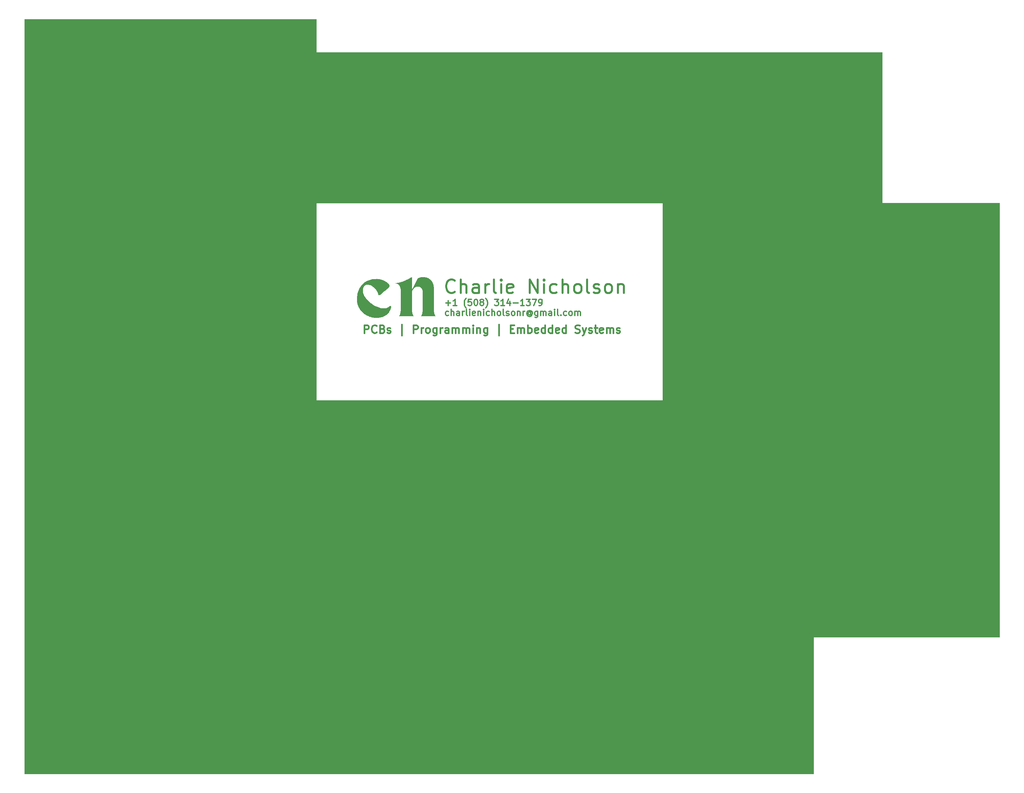
<source format=gbr>
%TF.GenerationSoftware,KiCad,Pcbnew,8.0.2-1*%
%TF.CreationDate,2024-06-21T15:15:20-04:00*%
%TF.ProjectId,businessCard,62757369-6e65-4737-9343-6172642e6b69,rev?*%
%TF.SameCoordinates,Original*%
%TF.FileFunction,Soldermask,Top*%
%TF.FilePolarity,Negative*%
%FSLAX46Y46*%
G04 Gerber Fmt 4.6, Leading zero omitted, Abs format (unit mm)*
G04 Created by KiCad (PCBNEW 8.0.2-1) date 2024-06-21 15:15:20*
%MOMM*%
%LPD*%
G01*
G04 APERTURE LIST*
%ADD10C,0.100000*%
%ADD11C,0.000000*%
%ADD12C,0.400000*%
%ADD13C,0.550000*%
%ADD14C,0.300000*%
G04 APERTURE END LIST*
D10*
X100000000Y-1500000D02*
X244500000Y-1500000D01*
X244500000Y-40000000D01*
X100000000Y-40000000D01*
X100000000Y-1500000D01*
G36*
X100000000Y-1500000D02*
G01*
X244500000Y-1500000D01*
X244500000Y-40000000D01*
X100000000Y-40000000D01*
X100000000Y-1500000D01*
G37*
X25500000Y7000000D02*
X100000000Y7000000D01*
X100000000Y-186000000D01*
X25500000Y-186000000D01*
X25500000Y7000000D01*
G36*
X25500000Y7000000D02*
G01*
X100000000Y7000000D01*
X100000000Y-186000000D01*
X25500000Y-186000000D01*
X25500000Y7000000D01*
G37*
X100000000Y-90500000D02*
X227000000Y-90500000D01*
X227000000Y-186000000D01*
X100000000Y-186000000D01*
X100000000Y-90500000D01*
G36*
X100000000Y-90500000D02*
G01*
X227000000Y-90500000D01*
X227000000Y-186000000D01*
X100000000Y-186000000D01*
X100000000Y-90500000D01*
G37*
X188500000Y-40000000D02*
X274500000Y-40000000D01*
X274500000Y-151000000D01*
X188500000Y-151000000D01*
X188500000Y-40000000D01*
G36*
X188500000Y-40000000D02*
G01*
X274500000Y-40000000D01*
X274500000Y-151000000D01*
X188500000Y-151000000D01*
X188500000Y-40000000D01*
G37*
D11*
G36*
X115647560Y-59438798D02*
G01*
X115788131Y-59450467D01*
X115929624Y-59467535D01*
X116071661Y-59489748D01*
X116213863Y-59516849D01*
X116355853Y-59548585D01*
X116497251Y-59584698D01*
X116637679Y-59624935D01*
X116776759Y-59669040D01*
X116914112Y-59716756D01*
X117049359Y-59767830D01*
X117182123Y-59822006D01*
X117312024Y-59879027D01*
X117438684Y-59938640D01*
X117561725Y-60000588D01*
X117680768Y-60064616D01*
X117795435Y-60130469D01*
X117905347Y-60197891D01*
X118010125Y-60266628D01*
X118109392Y-60336423D01*
X118202768Y-60407022D01*
X118289876Y-60478169D01*
X118370336Y-60549608D01*
X118443771Y-60621085D01*
X118509801Y-60692344D01*
X118568049Y-60763129D01*
X118618135Y-60833186D01*
X118659681Y-60902258D01*
X118692310Y-60970092D01*
X118715641Y-61036430D01*
X118729298Y-61101018D01*
X118732900Y-61163601D01*
X118730566Y-61197493D01*
X118724689Y-61231973D01*
X118715408Y-61267013D01*
X118702863Y-61302589D01*
X118687194Y-61338673D01*
X118668539Y-61375240D01*
X118622829Y-61449716D01*
X118566849Y-61525807D01*
X118501713Y-61603303D01*
X118428534Y-61681994D01*
X118348427Y-61761670D01*
X118262507Y-61842121D01*
X118171888Y-61923137D01*
X117981008Y-62086026D01*
X117591884Y-62409348D01*
X117133687Y-62804586D01*
X116902004Y-63003788D01*
X116679623Y-63190006D01*
X116574505Y-63274956D01*
X116474812Y-63352712D01*
X116381580Y-63421957D01*
X116295840Y-63481375D01*
X116218626Y-63529651D01*
X116150973Y-63565468D01*
X116121055Y-63578293D01*
X116093914Y-63587510D01*
X116069680Y-63592954D01*
X116048482Y-63594461D01*
X116019380Y-63592548D01*
X115992920Y-63587880D01*
X115968900Y-63580511D01*
X115947120Y-63570496D01*
X115927379Y-63557888D01*
X115909476Y-63542744D01*
X115893210Y-63525116D01*
X115878380Y-63505060D01*
X115852226Y-63457881D01*
X115829406Y-63401643D01*
X115808314Y-63336781D01*
X115787343Y-63263732D01*
X115739338Y-63094814D01*
X115709090Y-62999818D01*
X115672536Y-62898379D01*
X115628068Y-62790933D01*
X115574081Y-62677915D01*
X115508968Y-62559762D01*
X115431121Y-62436909D01*
X115325251Y-62287257D01*
X115212551Y-62140674D01*
X115093423Y-61998031D01*
X114968272Y-61860200D01*
X114837501Y-61728053D01*
X114701514Y-61602464D01*
X114560714Y-61484302D01*
X114415506Y-61374441D01*
X114266293Y-61273753D01*
X114113479Y-61183109D01*
X113957467Y-61103382D01*
X113798661Y-61035444D01*
X113637466Y-60980166D01*
X113556098Y-60957547D01*
X113474284Y-60938421D01*
X113392074Y-60922896D01*
X113309520Y-60911081D01*
X113226670Y-60903085D01*
X113143576Y-60899018D01*
X113070214Y-60899248D01*
X112998962Y-60902992D01*
X112929831Y-60910177D01*
X112862833Y-60920733D01*
X112797979Y-60934587D01*
X112735280Y-60951667D01*
X112674747Y-60971903D01*
X112616391Y-60995222D01*
X112560223Y-61021553D01*
X112506254Y-61050824D01*
X112454496Y-61082964D01*
X112404959Y-61117900D01*
X112357654Y-61155561D01*
X112312594Y-61195876D01*
X112269788Y-61238773D01*
X112229248Y-61284180D01*
X112190985Y-61332025D01*
X112155010Y-61382237D01*
X112121335Y-61434744D01*
X112089969Y-61489475D01*
X112060925Y-61546358D01*
X112034214Y-61605320D01*
X112009846Y-61666292D01*
X111987833Y-61729200D01*
X111950915Y-61860540D01*
X111923550Y-61998768D01*
X111905825Y-62143310D01*
X111897830Y-62293593D01*
X111902745Y-62502805D01*
X111926234Y-62712586D01*
X111967461Y-62922473D01*
X112025589Y-63132000D01*
X112099781Y-63340703D01*
X112189200Y-63548119D01*
X112293010Y-63753782D01*
X112410374Y-63957229D01*
X112540455Y-64157996D01*
X112682417Y-64355617D01*
X112998635Y-64739567D01*
X113352335Y-65105367D01*
X113736822Y-65449300D01*
X114145404Y-65767654D01*
X114571386Y-66056714D01*
X115008075Y-66312765D01*
X115448777Y-66532094D01*
X115886798Y-66710985D01*
X116315444Y-66845726D01*
X116524160Y-66895379D01*
X116728023Y-66932602D01*
X116926195Y-66956929D01*
X117117839Y-66967898D01*
X117236149Y-66968362D01*
X117348337Y-66964765D01*
X117454612Y-66957373D01*
X117555184Y-66946452D01*
X117650261Y-66932269D01*
X117740052Y-66915091D01*
X117824767Y-66895183D01*
X117904613Y-66872813D01*
X117979801Y-66848247D01*
X118050539Y-66821751D01*
X118117035Y-66793591D01*
X118179500Y-66764035D01*
X118238141Y-66733348D01*
X118293168Y-66701797D01*
X118344789Y-66669648D01*
X118393214Y-66637169D01*
X118438651Y-66604625D01*
X118481310Y-66572283D01*
X118559128Y-66509270D01*
X118690612Y-66397391D01*
X118747622Y-66352787D01*
X118774675Y-66334253D01*
X118801038Y-66318584D01*
X118826922Y-66306049D01*
X118852533Y-66296912D01*
X118878082Y-66291442D01*
X118903778Y-66289904D01*
X118921695Y-66291550D01*
X118940145Y-66294544D01*
X118958886Y-66299072D01*
X118977675Y-66305321D01*
X118996270Y-66313474D01*
X119014430Y-66323719D01*
X119023270Y-66329684D01*
X119031911Y-66336241D01*
X119040321Y-66343414D01*
X119048471Y-66351226D01*
X119056331Y-66359700D01*
X119063869Y-66368859D01*
X119071057Y-66378727D01*
X119077862Y-66389326D01*
X119084256Y-66400681D01*
X119090208Y-66412814D01*
X119095688Y-66425748D01*
X119100664Y-66439506D01*
X119105108Y-66454113D01*
X119108989Y-66469590D01*
X119112277Y-66485962D01*
X119114940Y-66503251D01*
X119116950Y-66521481D01*
X119118275Y-66540675D01*
X119118885Y-66560856D01*
X119118751Y-66582047D01*
X119100736Y-66785060D01*
X119054726Y-67002865D01*
X118980375Y-67231523D01*
X118877336Y-67467092D01*
X118745261Y-67705633D01*
X118583803Y-67943204D01*
X118392615Y-68175867D01*
X118171350Y-68399680D01*
X118049329Y-68507036D01*
X117919660Y-68610703D01*
X117782297Y-68710186D01*
X117637198Y-68804995D01*
X117484320Y-68894636D01*
X117323618Y-68978617D01*
X117155050Y-69056446D01*
X116978571Y-69127629D01*
X116794140Y-69191674D01*
X116601712Y-69248089D01*
X116401243Y-69296381D01*
X116192691Y-69336057D01*
X115976013Y-69366626D01*
X115751164Y-69387594D01*
X115518101Y-69398469D01*
X115276781Y-69398758D01*
X115031721Y-69387691D01*
X114788756Y-69364999D01*
X114548270Y-69330942D01*
X114310646Y-69285780D01*
X114076269Y-69229775D01*
X113845521Y-69163186D01*
X113618786Y-69086274D01*
X113396447Y-68999299D01*
X113178888Y-68902522D01*
X112966494Y-68796202D01*
X112759646Y-68680602D01*
X112558729Y-68555980D01*
X112364126Y-68422597D01*
X112176221Y-68280714D01*
X111995397Y-68130591D01*
X111822038Y-67972488D01*
X111656527Y-67806666D01*
X111499249Y-67633386D01*
X111350585Y-67452907D01*
X111210921Y-67265490D01*
X111080639Y-67071395D01*
X110960124Y-66870884D01*
X110849757Y-66664215D01*
X110749924Y-66451651D01*
X110661008Y-66233450D01*
X110583392Y-66009874D01*
X110517459Y-65781182D01*
X110463594Y-65547636D01*
X110422179Y-65309495D01*
X110393599Y-65067021D01*
X110378237Y-64820473D01*
X110376476Y-64570111D01*
X110406615Y-64043817D01*
X110474446Y-63531394D01*
X110522566Y-63281288D01*
X110580194Y-63035733D01*
X110647358Y-62795092D01*
X110724086Y-62559726D01*
X110810407Y-62329996D01*
X110906348Y-62106263D01*
X111011938Y-61888888D01*
X111127205Y-61678234D01*
X111252178Y-61474661D01*
X111386885Y-61278530D01*
X111531353Y-61090203D01*
X111685612Y-60910042D01*
X111849690Y-60738407D01*
X112023614Y-60575661D01*
X112207413Y-60422163D01*
X112401116Y-60278276D01*
X112604750Y-60144361D01*
X112818344Y-60020780D01*
X113041926Y-59907892D01*
X113275524Y-59806061D01*
X113519167Y-59715647D01*
X113772883Y-59637012D01*
X114036700Y-59570517D01*
X114310646Y-59516523D01*
X114594750Y-59475391D01*
X114889040Y-59447483D01*
X115193544Y-59433161D01*
X115508291Y-59432785D01*
X115647560Y-59438798D01*
G37*
G36*
X127498241Y-58957126D02*
G01*
X127654830Y-58972109D01*
X127807160Y-58993109D01*
X127955159Y-59020140D01*
X128098751Y-59053218D01*
X128237865Y-59092355D01*
X128372425Y-59137566D01*
X128502359Y-59188865D01*
X128627592Y-59246267D01*
X128748052Y-59309785D01*
X128863664Y-59379433D01*
X128974354Y-59455226D01*
X129080049Y-59537178D01*
X129180676Y-59625303D01*
X129276160Y-59719615D01*
X129366428Y-59820128D01*
X129451406Y-59926856D01*
X129531021Y-60039814D01*
X129605199Y-60159015D01*
X129673866Y-60284474D01*
X129736948Y-60416205D01*
X129794372Y-60554222D01*
X129846065Y-60698539D01*
X129891952Y-60849170D01*
X129931959Y-61006130D01*
X129966014Y-61169431D01*
X129994042Y-61339090D01*
X130015970Y-61515119D01*
X130031724Y-61697533D01*
X130041231Y-61886346D01*
X130044416Y-62081573D01*
X130044416Y-67207874D01*
X130046353Y-67339773D01*
X130052157Y-67472415D01*
X130061821Y-67604991D01*
X130075336Y-67736696D01*
X130092695Y-67866722D01*
X130113889Y-67994260D01*
X130138910Y-68118504D01*
X130167751Y-68238647D01*
X130200402Y-68353880D01*
X130236857Y-68463396D01*
X130277107Y-68566388D01*
X130321144Y-68662049D01*
X130368959Y-68749571D01*
X130420545Y-68828146D01*
X130447750Y-68863826D01*
X130475894Y-68896967D01*
X130504977Y-68927468D01*
X130534998Y-68955227D01*
X126682003Y-68955227D01*
X126741106Y-68897091D01*
X126796456Y-68828620D01*
X126848042Y-68750588D01*
X126895857Y-68663772D01*
X126939894Y-68568945D01*
X126980144Y-68466884D01*
X127016599Y-68358364D01*
X127049250Y-68244159D01*
X127078091Y-68125045D01*
X127103112Y-68001796D01*
X127124306Y-67875189D01*
X127141665Y-67745998D01*
X127155180Y-67614999D01*
X127164844Y-67482965D01*
X127170648Y-67350674D01*
X127172584Y-67218899D01*
X127172584Y-62781615D01*
X127171045Y-62698549D01*
X127166473Y-62617827D01*
X127158936Y-62539469D01*
X127148501Y-62463493D01*
X127135236Y-62389920D01*
X127119208Y-62318768D01*
X127100486Y-62250057D01*
X127079136Y-62183806D01*
X127055227Y-62120033D01*
X127028826Y-62058758D01*
X127000000Y-62000000D01*
X126968818Y-61943779D01*
X126935347Y-61890114D01*
X126899654Y-61839023D01*
X126861807Y-61790526D01*
X126821874Y-61744642D01*
X126779922Y-61701390D01*
X126736020Y-61660790D01*
X126690234Y-61622861D01*
X126642632Y-61587621D01*
X126593283Y-61555090D01*
X126542252Y-61525288D01*
X126489609Y-61498232D01*
X126435421Y-61473944D01*
X126379755Y-61452441D01*
X126322679Y-61433742D01*
X126264260Y-61417868D01*
X126204567Y-61404837D01*
X126143666Y-61394669D01*
X126081627Y-61387382D01*
X126018515Y-61382995D01*
X125954399Y-61381529D01*
X125873034Y-61383478D01*
X125794277Y-61389241D01*
X125718088Y-61398693D01*
X125644426Y-61411706D01*
X125573251Y-61428155D01*
X125504523Y-61447913D01*
X125438201Y-61470855D01*
X125374245Y-61496854D01*
X125312614Y-61525783D01*
X125253268Y-61557518D01*
X125196167Y-61591932D01*
X125141270Y-61628898D01*
X125088537Y-61668290D01*
X125037928Y-61709983D01*
X124989402Y-61753849D01*
X124942919Y-61799764D01*
X124898438Y-61847600D01*
X124855920Y-61897232D01*
X124776607Y-62001377D01*
X124704658Y-62111191D01*
X124639751Y-62225664D01*
X124581561Y-62343786D01*
X124529766Y-62464549D01*
X124484043Y-62586943D01*
X124444069Y-62709958D01*
X124444069Y-67207874D01*
X124446005Y-67339773D01*
X124451809Y-67472415D01*
X124461473Y-67604991D01*
X124474988Y-67736696D01*
X124492347Y-67866722D01*
X124513541Y-67994260D01*
X124538563Y-68118504D01*
X124567403Y-68238647D01*
X124600055Y-68353880D01*
X124636510Y-68463396D01*
X124676759Y-68566388D01*
X124720796Y-68662049D01*
X124768612Y-68749571D01*
X124820198Y-68828146D01*
X124847402Y-68863826D01*
X124875547Y-68896967D01*
X124904630Y-68927468D01*
X124934650Y-68955227D01*
X121081655Y-68955227D01*
X121140759Y-68897091D01*
X121196108Y-68828620D01*
X121247694Y-68750588D01*
X121295510Y-68663772D01*
X121339547Y-68568945D01*
X121379796Y-68466884D01*
X121416251Y-68358364D01*
X121448903Y-68244159D01*
X121477743Y-68125045D01*
X121502765Y-68001796D01*
X121523959Y-67875189D01*
X121541317Y-67745998D01*
X121554832Y-67614999D01*
X121564496Y-67482965D01*
X121570300Y-67350674D01*
X121572237Y-67218899D01*
X121572237Y-62583179D01*
X121568426Y-62384838D01*
X121560828Y-62253196D01*
X121546915Y-62105430D01*
X121524800Y-61945681D01*
X121492591Y-61778092D01*
X121448400Y-61606805D01*
X121421220Y-61521069D01*
X121390336Y-61435962D01*
X121355512Y-61352001D01*
X121316512Y-61269705D01*
X121273099Y-61189591D01*
X121225037Y-61112177D01*
X121172090Y-61037980D01*
X121114021Y-60967519D01*
X121050596Y-60901311D01*
X120981576Y-60839874D01*
X120906727Y-60783726D01*
X120825812Y-60733384D01*
X120738595Y-60689367D01*
X120644840Y-60652192D01*
X120544310Y-60622376D01*
X120436770Y-60600439D01*
X120321983Y-60586896D01*
X120199712Y-60582267D01*
X120199712Y-60510609D01*
X120465994Y-60488426D01*
X120742465Y-60447865D01*
X121026914Y-60390703D01*
X121317128Y-60318717D01*
X121610895Y-60233682D01*
X121906003Y-60137376D01*
X122200238Y-60031574D01*
X122491389Y-59918052D01*
X122777243Y-59798588D01*
X123055588Y-59674958D01*
X123324211Y-59548937D01*
X123580900Y-59422303D01*
X124049627Y-59174299D01*
X124444069Y-58945157D01*
X124444069Y-62164254D01*
X125871717Y-59308959D01*
X125940587Y-59270355D01*
X126010813Y-59233189D01*
X126082460Y-59197605D01*
X126155593Y-59163749D01*
X126230276Y-59131766D01*
X126306574Y-59101802D01*
X126384552Y-59074001D01*
X126464274Y-59048510D01*
X126545804Y-59025474D01*
X126629207Y-59005037D01*
X126714549Y-58987346D01*
X126801893Y-58972546D01*
X126891304Y-58960781D01*
X126982846Y-58952198D01*
X127076585Y-58946942D01*
X127172584Y-58945157D01*
X127498241Y-58957126D01*
G37*
D12*
X112239347Y-73234438D02*
X112239347Y-71234438D01*
X112239347Y-71234438D02*
X113001252Y-71234438D01*
X113001252Y-71234438D02*
X113191728Y-71329676D01*
X113191728Y-71329676D02*
X113286966Y-71424914D01*
X113286966Y-71424914D02*
X113382204Y-71615390D01*
X113382204Y-71615390D02*
X113382204Y-71901104D01*
X113382204Y-71901104D02*
X113286966Y-72091580D01*
X113286966Y-72091580D02*
X113191728Y-72186819D01*
X113191728Y-72186819D02*
X113001252Y-72282057D01*
X113001252Y-72282057D02*
X112239347Y-72282057D01*
X115382204Y-73043961D02*
X115286966Y-73139200D01*
X115286966Y-73139200D02*
X115001252Y-73234438D01*
X115001252Y-73234438D02*
X114810776Y-73234438D01*
X114810776Y-73234438D02*
X114525061Y-73139200D01*
X114525061Y-73139200D02*
X114334585Y-72948723D01*
X114334585Y-72948723D02*
X114239347Y-72758247D01*
X114239347Y-72758247D02*
X114144109Y-72377295D01*
X114144109Y-72377295D02*
X114144109Y-72091580D01*
X114144109Y-72091580D02*
X114239347Y-71710628D01*
X114239347Y-71710628D02*
X114334585Y-71520152D01*
X114334585Y-71520152D02*
X114525061Y-71329676D01*
X114525061Y-71329676D02*
X114810776Y-71234438D01*
X114810776Y-71234438D02*
X115001252Y-71234438D01*
X115001252Y-71234438D02*
X115286966Y-71329676D01*
X115286966Y-71329676D02*
X115382204Y-71424914D01*
X116906014Y-72186819D02*
X117191728Y-72282057D01*
X117191728Y-72282057D02*
X117286966Y-72377295D01*
X117286966Y-72377295D02*
X117382204Y-72567771D01*
X117382204Y-72567771D02*
X117382204Y-72853485D01*
X117382204Y-72853485D02*
X117286966Y-73043961D01*
X117286966Y-73043961D02*
X117191728Y-73139200D01*
X117191728Y-73139200D02*
X117001252Y-73234438D01*
X117001252Y-73234438D02*
X116239347Y-73234438D01*
X116239347Y-73234438D02*
X116239347Y-71234438D01*
X116239347Y-71234438D02*
X116906014Y-71234438D01*
X116906014Y-71234438D02*
X117096490Y-71329676D01*
X117096490Y-71329676D02*
X117191728Y-71424914D01*
X117191728Y-71424914D02*
X117286966Y-71615390D01*
X117286966Y-71615390D02*
X117286966Y-71805866D01*
X117286966Y-71805866D02*
X117191728Y-71996342D01*
X117191728Y-71996342D02*
X117096490Y-72091580D01*
X117096490Y-72091580D02*
X116906014Y-72186819D01*
X116906014Y-72186819D02*
X116239347Y-72186819D01*
X118144109Y-73139200D02*
X118334585Y-73234438D01*
X118334585Y-73234438D02*
X118715537Y-73234438D01*
X118715537Y-73234438D02*
X118906014Y-73139200D01*
X118906014Y-73139200D02*
X119001252Y-72948723D01*
X119001252Y-72948723D02*
X119001252Y-72853485D01*
X119001252Y-72853485D02*
X118906014Y-72663009D01*
X118906014Y-72663009D02*
X118715537Y-72567771D01*
X118715537Y-72567771D02*
X118429823Y-72567771D01*
X118429823Y-72567771D02*
X118239347Y-72472533D01*
X118239347Y-72472533D02*
X118144109Y-72282057D01*
X118144109Y-72282057D02*
X118144109Y-72186819D01*
X118144109Y-72186819D02*
X118239347Y-71996342D01*
X118239347Y-71996342D02*
X118429823Y-71901104D01*
X118429823Y-71901104D02*
X118715537Y-71901104D01*
X118715537Y-71901104D02*
X118906014Y-71996342D01*
X121858395Y-73901104D02*
X121858395Y-71043961D01*
X124810777Y-73234438D02*
X124810777Y-71234438D01*
X124810777Y-71234438D02*
X125572682Y-71234438D01*
X125572682Y-71234438D02*
X125763158Y-71329676D01*
X125763158Y-71329676D02*
X125858396Y-71424914D01*
X125858396Y-71424914D02*
X125953634Y-71615390D01*
X125953634Y-71615390D02*
X125953634Y-71901104D01*
X125953634Y-71901104D02*
X125858396Y-72091580D01*
X125858396Y-72091580D02*
X125763158Y-72186819D01*
X125763158Y-72186819D02*
X125572682Y-72282057D01*
X125572682Y-72282057D02*
X124810777Y-72282057D01*
X126810777Y-73234438D02*
X126810777Y-71901104D01*
X126810777Y-72282057D02*
X126906015Y-72091580D01*
X126906015Y-72091580D02*
X127001253Y-71996342D01*
X127001253Y-71996342D02*
X127191729Y-71901104D01*
X127191729Y-71901104D02*
X127382206Y-71901104D01*
X128334586Y-73234438D02*
X128144110Y-73139200D01*
X128144110Y-73139200D02*
X128048872Y-73043961D01*
X128048872Y-73043961D02*
X127953634Y-72853485D01*
X127953634Y-72853485D02*
X127953634Y-72282057D01*
X127953634Y-72282057D02*
X128048872Y-72091580D01*
X128048872Y-72091580D02*
X128144110Y-71996342D01*
X128144110Y-71996342D02*
X128334586Y-71901104D01*
X128334586Y-71901104D02*
X128620301Y-71901104D01*
X128620301Y-71901104D02*
X128810777Y-71996342D01*
X128810777Y-71996342D02*
X128906015Y-72091580D01*
X128906015Y-72091580D02*
X129001253Y-72282057D01*
X129001253Y-72282057D02*
X129001253Y-72853485D01*
X129001253Y-72853485D02*
X128906015Y-73043961D01*
X128906015Y-73043961D02*
X128810777Y-73139200D01*
X128810777Y-73139200D02*
X128620301Y-73234438D01*
X128620301Y-73234438D02*
X128334586Y-73234438D01*
X130715539Y-71901104D02*
X130715539Y-73520152D01*
X130715539Y-73520152D02*
X130620301Y-73710628D01*
X130620301Y-73710628D02*
X130525063Y-73805866D01*
X130525063Y-73805866D02*
X130334586Y-73901104D01*
X130334586Y-73901104D02*
X130048872Y-73901104D01*
X130048872Y-73901104D02*
X129858396Y-73805866D01*
X130715539Y-73139200D02*
X130525063Y-73234438D01*
X130525063Y-73234438D02*
X130144110Y-73234438D01*
X130144110Y-73234438D02*
X129953634Y-73139200D01*
X129953634Y-73139200D02*
X129858396Y-73043961D01*
X129858396Y-73043961D02*
X129763158Y-72853485D01*
X129763158Y-72853485D02*
X129763158Y-72282057D01*
X129763158Y-72282057D02*
X129858396Y-72091580D01*
X129858396Y-72091580D02*
X129953634Y-71996342D01*
X129953634Y-71996342D02*
X130144110Y-71901104D01*
X130144110Y-71901104D02*
X130525063Y-71901104D01*
X130525063Y-71901104D02*
X130715539Y-71996342D01*
X131667920Y-73234438D02*
X131667920Y-71901104D01*
X131667920Y-72282057D02*
X131763158Y-72091580D01*
X131763158Y-72091580D02*
X131858396Y-71996342D01*
X131858396Y-71996342D02*
X132048872Y-71901104D01*
X132048872Y-71901104D02*
X132239349Y-71901104D01*
X133763158Y-73234438D02*
X133763158Y-72186819D01*
X133763158Y-72186819D02*
X133667920Y-71996342D01*
X133667920Y-71996342D02*
X133477444Y-71901104D01*
X133477444Y-71901104D02*
X133096491Y-71901104D01*
X133096491Y-71901104D02*
X132906015Y-71996342D01*
X133763158Y-73139200D02*
X133572682Y-73234438D01*
X133572682Y-73234438D02*
X133096491Y-73234438D01*
X133096491Y-73234438D02*
X132906015Y-73139200D01*
X132906015Y-73139200D02*
X132810777Y-72948723D01*
X132810777Y-72948723D02*
X132810777Y-72758247D01*
X132810777Y-72758247D02*
X132906015Y-72567771D01*
X132906015Y-72567771D02*
X133096491Y-72472533D01*
X133096491Y-72472533D02*
X133572682Y-72472533D01*
X133572682Y-72472533D02*
X133763158Y-72377295D01*
X134715539Y-73234438D02*
X134715539Y-71901104D01*
X134715539Y-72091580D02*
X134810777Y-71996342D01*
X134810777Y-71996342D02*
X135001253Y-71901104D01*
X135001253Y-71901104D02*
X135286968Y-71901104D01*
X135286968Y-71901104D02*
X135477444Y-71996342D01*
X135477444Y-71996342D02*
X135572682Y-72186819D01*
X135572682Y-72186819D02*
X135572682Y-73234438D01*
X135572682Y-72186819D02*
X135667920Y-71996342D01*
X135667920Y-71996342D02*
X135858396Y-71901104D01*
X135858396Y-71901104D02*
X136144110Y-71901104D01*
X136144110Y-71901104D02*
X136334587Y-71996342D01*
X136334587Y-71996342D02*
X136429825Y-72186819D01*
X136429825Y-72186819D02*
X136429825Y-73234438D01*
X137382206Y-73234438D02*
X137382206Y-71901104D01*
X137382206Y-72091580D02*
X137477444Y-71996342D01*
X137477444Y-71996342D02*
X137667920Y-71901104D01*
X137667920Y-71901104D02*
X137953635Y-71901104D01*
X137953635Y-71901104D02*
X138144111Y-71996342D01*
X138144111Y-71996342D02*
X138239349Y-72186819D01*
X138239349Y-72186819D02*
X138239349Y-73234438D01*
X138239349Y-72186819D02*
X138334587Y-71996342D01*
X138334587Y-71996342D02*
X138525063Y-71901104D01*
X138525063Y-71901104D02*
X138810777Y-71901104D01*
X138810777Y-71901104D02*
X139001254Y-71996342D01*
X139001254Y-71996342D02*
X139096492Y-72186819D01*
X139096492Y-72186819D02*
X139096492Y-73234438D01*
X140048873Y-73234438D02*
X140048873Y-71901104D01*
X140048873Y-71234438D02*
X139953635Y-71329676D01*
X139953635Y-71329676D02*
X140048873Y-71424914D01*
X140048873Y-71424914D02*
X140144111Y-71329676D01*
X140144111Y-71329676D02*
X140048873Y-71234438D01*
X140048873Y-71234438D02*
X140048873Y-71424914D01*
X141001254Y-71901104D02*
X141001254Y-73234438D01*
X141001254Y-72091580D02*
X141096492Y-71996342D01*
X141096492Y-71996342D02*
X141286968Y-71901104D01*
X141286968Y-71901104D02*
X141572683Y-71901104D01*
X141572683Y-71901104D02*
X141763159Y-71996342D01*
X141763159Y-71996342D02*
X141858397Y-72186819D01*
X141858397Y-72186819D02*
X141858397Y-73234438D01*
X143667921Y-71901104D02*
X143667921Y-73520152D01*
X143667921Y-73520152D02*
X143572683Y-73710628D01*
X143572683Y-73710628D02*
X143477445Y-73805866D01*
X143477445Y-73805866D02*
X143286968Y-73901104D01*
X143286968Y-73901104D02*
X143001254Y-73901104D01*
X143001254Y-73901104D02*
X142810778Y-73805866D01*
X143667921Y-73139200D02*
X143477445Y-73234438D01*
X143477445Y-73234438D02*
X143096492Y-73234438D01*
X143096492Y-73234438D02*
X142906016Y-73139200D01*
X142906016Y-73139200D02*
X142810778Y-73043961D01*
X142810778Y-73043961D02*
X142715540Y-72853485D01*
X142715540Y-72853485D02*
X142715540Y-72282057D01*
X142715540Y-72282057D02*
X142810778Y-72091580D01*
X142810778Y-72091580D02*
X142906016Y-71996342D01*
X142906016Y-71996342D02*
X143096492Y-71901104D01*
X143096492Y-71901104D02*
X143477445Y-71901104D01*
X143477445Y-71901104D02*
X143667921Y-71996342D01*
X146620302Y-73901104D02*
X146620302Y-71043961D01*
X149572684Y-72186819D02*
X150239351Y-72186819D01*
X150525065Y-73234438D02*
X149572684Y-73234438D01*
X149572684Y-73234438D02*
X149572684Y-71234438D01*
X149572684Y-71234438D02*
X150525065Y-71234438D01*
X151382208Y-73234438D02*
X151382208Y-71901104D01*
X151382208Y-72091580D02*
X151477446Y-71996342D01*
X151477446Y-71996342D02*
X151667922Y-71901104D01*
X151667922Y-71901104D02*
X151953637Y-71901104D01*
X151953637Y-71901104D02*
X152144113Y-71996342D01*
X152144113Y-71996342D02*
X152239351Y-72186819D01*
X152239351Y-72186819D02*
X152239351Y-73234438D01*
X152239351Y-72186819D02*
X152334589Y-71996342D01*
X152334589Y-71996342D02*
X152525065Y-71901104D01*
X152525065Y-71901104D02*
X152810779Y-71901104D01*
X152810779Y-71901104D02*
X153001256Y-71996342D01*
X153001256Y-71996342D02*
X153096494Y-72186819D01*
X153096494Y-72186819D02*
X153096494Y-73234438D01*
X154048875Y-73234438D02*
X154048875Y-71234438D01*
X154048875Y-71996342D02*
X154239351Y-71901104D01*
X154239351Y-71901104D02*
X154620304Y-71901104D01*
X154620304Y-71901104D02*
X154810780Y-71996342D01*
X154810780Y-71996342D02*
X154906018Y-72091580D01*
X154906018Y-72091580D02*
X155001256Y-72282057D01*
X155001256Y-72282057D02*
X155001256Y-72853485D01*
X155001256Y-72853485D02*
X154906018Y-73043961D01*
X154906018Y-73043961D02*
X154810780Y-73139200D01*
X154810780Y-73139200D02*
X154620304Y-73234438D01*
X154620304Y-73234438D02*
X154239351Y-73234438D01*
X154239351Y-73234438D02*
X154048875Y-73139200D01*
X156620304Y-73139200D02*
X156429828Y-73234438D01*
X156429828Y-73234438D02*
X156048875Y-73234438D01*
X156048875Y-73234438D02*
X155858399Y-73139200D01*
X155858399Y-73139200D02*
X155763161Y-72948723D01*
X155763161Y-72948723D02*
X155763161Y-72186819D01*
X155763161Y-72186819D02*
X155858399Y-71996342D01*
X155858399Y-71996342D02*
X156048875Y-71901104D01*
X156048875Y-71901104D02*
X156429828Y-71901104D01*
X156429828Y-71901104D02*
X156620304Y-71996342D01*
X156620304Y-71996342D02*
X156715542Y-72186819D01*
X156715542Y-72186819D02*
X156715542Y-72377295D01*
X156715542Y-72377295D02*
X155763161Y-72567771D01*
X158429828Y-73234438D02*
X158429828Y-71234438D01*
X158429828Y-73139200D02*
X158239352Y-73234438D01*
X158239352Y-73234438D02*
X157858399Y-73234438D01*
X157858399Y-73234438D02*
X157667923Y-73139200D01*
X157667923Y-73139200D02*
X157572685Y-73043961D01*
X157572685Y-73043961D02*
X157477447Y-72853485D01*
X157477447Y-72853485D02*
X157477447Y-72282057D01*
X157477447Y-72282057D02*
X157572685Y-72091580D01*
X157572685Y-72091580D02*
X157667923Y-71996342D01*
X157667923Y-71996342D02*
X157858399Y-71901104D01*
X157858399Y-71901104D02*
X158239352Y-71901104D01*
X158239352Y-71901104D02*
X158429828Y-71996342D01*
X160239352Y-73234438D02*
X160239352Y-71234438D01*
X160239352Y-73139200D02*
X160048876Y-73234438D01*
X160048876Y-73234438D02*
X159667923Y-73234438D01*
X159667923Y-73234438D02*
X159477447Y-73139200D01*
X159477447Y-73139200D02*
X159382209Y-73043961D01*
X159382209Y-73043961D02*
X159286971Y-72853485D01*
X159286971Y-72853485D02*
X159286971Y-72282057D01*
X159286971Y-72282057D02*
X159382209Y-72091580D01*
X159382209Y-72091580D02*
X159477447Y-71996342D01*
X159477447Y-71996342D02*
X159667923Y-71901104D01*
X159667923Y-71901104D02*
X160048876Y-71901104D01*
X160048876Y-71901104D02*
X160239352Y-71996342D01*
X161953638Y-73139200D02*
X161763162Y-73234438D01*
X161763162Y-73234438D02*
X161382209Y-73234438D01*
X161382209Y-73234438D02*
X161191733Y-73139200D01*
X161191733Y-73139200D02*
X161096495Y-72948723D01*
X161096495Y-72948723D02*
X161096495Y-72186819D01*
X161096495Y-72186819D02*
X161191733Y-71996342D01*
X161191733Y-71996342D02*
X161382209Y-71901104D01*
X161382209Y-71901104D02*
X161763162Y-71901104D01*
X161763162Y-71901104D02*
X161953638Y-71996342D01*
X161953638Y-71996342D02*
X162048876Y-72186819D01*
X162048876Y-72186819D02*
X162048876Y-72377295D01*
X162048876Y-72377295D02*
X161096495Y-72567771D01*
X163763162Y-73234438D02*
X163763162Y-71234438D01*
X163763162Y-73139200D02*
X163572686Y-73234438D01*
X163572686Y-73234438D02*
X163191733Y-73234438D01*
X163191733Y-73234438D02*
X163001257Y-73139200D01*
X163001257Y-73139200D02*
X162906019Y-73043961D01*
X162906019Y-73043961D02*
X162810781Y-72853485D01*
X162810781Y-72853485D02*
X162810781Y-72282057D01*
X162810781Y-72282057D02*
X162906019Y-72091580D01*
X162906019Y-72091580D02*
X163001257Y-71996342D01*
X163001257Y-71996342D02*
X163191733Y-71901104D01*
X163191733Y-71901104D02*
X163572686Y-71901104D01*
X163572686Y-71901104D02*
X163763162Y-71996342D01*
X166144115Y-73139200D02*
X166429829Y-73234438D01*
X166429829Y-73234438D02*
X166906020Y-73234438D01*
X166906020Y-73234438D02*
X167096496Y-73139200D01*
X167096496Y-73139200D02*
X167191734Y-73043961D01*
X167191734Y-73043961D02*
X167286972Y-72853485D01*
X167286972Y-72853485D02*
X167286972Y-72663009D01*
X167286972Y-72663009D02*
X167191734Y-72472533D01*
X167191734Y-72472533D02*
X167096496Y-72377295D01*
X167096496Y-72377295D02*
X166906020Y-72282057D01*
X166906020Y-72282057D02*
X166525067Y-72186819D01*
X166525067Y-72186819D02*
X166334591Y-72091580D01*
X166334591Y-72091580D02*
X166239353Y-71996342D01*
X166239353Y-71996342D02*
X166144115Y-71805866D01*
X166144115Y-71805866D02*
X166144115Y-71615390D01*
X166144115Y-71615390D02*
X166239353Y-71424914D01*
X166239353Y-71424914D02*
X166334591Y-71329676D01*
X166334591Y-71329676D02*
X166525067Y-71234438D01*
X166525067Y-71234438D02*
X167001258Y-71234438D01*
X167001258Y-71234438D02*
X167286972Y-71329676D01*
X167953639Y-71901104D02*
X168429829Y-73234438D01*
X168906020Y-71901104D02*
X168429829Y-73234438D01*
X168429829Y-73234438D02*
X168239353Y-73710628D01*
X168239353Y-73710628D02*
X168144115Y-73805866D01*
X168144115Y-73805866D02*
X167953639Y-73901104D01*
X169572687Y-73139200D02*
X169763163Y-73234438D01*
X169763163Y-73234438D02*
X170144115Y-73234438D01*
X170144115Y-73234438D02*
X170334592Y-73139200D01*
X170334592Y-73139200D02*
X170429830Y-72948723D01*
X170429830Y-72948723D02*
X170429830Y-72853485D01*
X170429830Y-72853485D02*
X170334592Y-72663009D01*
X170334592Y-72663009D02*
X170144115Y-72567771D01*
X170144115Y-72567771D02*
X169858401Y-72567771D01*
X169858401Y-72567771D02*
X169667925Y-72472533D01*
X169667925Y-72472533D02*
X169572687Y-72282057D01*
X169572687Y-72282057D02*
X169572687Y-72186819D01*
X169572687Y-72186819D02*
X169667925Y-71996342D01*
X169667925Y-71996342D02*
X169858401Y-71901104D01*
X169858401Y-71901104D02*
X170144115Y-71901104D01*
X170144115Y-71901104D02*
X170334592Y-71996342D01*
X171001259Y-71901104D02*
X171763163Y-71901104D01*
X171286973Y-71234438D02*
X171286973Y-72948723D01*
X171286973Y-72948723D02*
X171382211Y-73139200D01*
X171382211Y-73139200D02*
X171572687Y-73234438D01*
X171572687Y-73234438D02*
X171763163Y-73234438D01*
X173191735Y-73139200D02*
X173001259Y-73234438D01*
X173001259Y-73234438D02*
X172620306Y-73234438D01*
X172620306Y-73234438D02*
X172429830Y-73139200D01*
X172429830Y-73139200D02*
X172334592Y-72948723D01*
X172334592Y-72948723D02*
X172334592Y-72186819D01*
X172334592Y-72186819D02*
X172429830Y-71996342D01*
X172429830Y-71996342D02*
X172620306Y-71901104D01*
X172620306Y-71901104D02*
X173001259Y-71901104D01*
X173001259Y-71901104D02*
X173191735Y-71996342D01*
X173191735Y-71996342D02*
X173286973Y-72186819D01*
X173286973Y-72186819D02*
X173286973Y-72377295D01*
X173286973Y-72377295D02*
X172334592Y-72567771D01*
X174144116Y-73234438D02*
X174144116Y-71901104D01*
X174144116Y-72091580D02*
X174239354Y-71996342D01*
X174239354Y-71996342D02*
X174429830Y-71901104D01*
X174429830Y-71901104D02*
X174715545Y-71901104D01*
X174715545Y-71901104D02*
X174906021Y-71996342D01*
X174906021Y-71996342D02*
X175001259Y-72186819D01*
X175001259Y-72186819D02*
X175001259Y-73234438D01*
X175001259Y-72186819D02*
X175096497Y-71996342D01*
X175096497Y-71996342D02*
X175286973Y-71901104D01*
X175286973Y-71901104D02*
X175572687Y-71901104D01*
X175572687Y-71901104D02*
X175763164Y-71996342D01*
X175763164Y-71996342D02*
X175858402Y-72186819D01*
X175858402Y-72186819D02*
X175858402Y-73234438D01*
X176715545Y-73139200D02*
X176906021Y-73234438D01*
X176906021Y-73234438D02*
X177286973Y-73234438D01*
X177286973Y-73234438D02*
X177477450Y-73139200D01*
X177477450Y-73139200D02*
X177572688Y-72948723D01*
X177572688Y-72948723D02*
X177572688Y-72853485D01*
X177572688Y-72853485D02*
X177477450Y-72663009D01*
X177477450Y-72663009D02*
X177286973Y-72567771D01*
X177286973Y-72567771D02*
X177001259Y-72567771D01*
X177001259Y-72567771D02*
X176810783Y-72472533D01*
X176810783Y-72472533D02*
X176715545Y-72282057D01*
X176715545Y-72282057D02*
X176715545Y-72186819D01*
X176715545Y-72186819D02*
X176810783Y-71996342D01*
X176810783Y-71996342D02*
X177001259Y-71901104D01*
X177001259Y-71901104D02*
X177286973Y-71901104D01*
X177286973Y-71901104D02*
X177477450Y-71996342D01*
D13*
X135367759Y-62709734D02*
X135201092Y-62876401D01*
X135201092Y-62876401D02*
X134701092Y-63043067D01*
X134701092Y-63043067D02*
X134367759Y-63043067D01*
X134367759Y-63043067D02*
X133867759Y-62876401D01*
X133867759Y-62876401D02*
X133534426Y-62543067D01*
X133534426Y-62543067D02*
X133367759Y-62209734D01*
X133367759Y-62209734D02*
X133201092Y-61543067D01*
X133201092Y-61543067D02*
X133201092Y-61043067D01*
X133201092Y-61043067D02*
X133367759Y-60376401D01*
X133367759Y-60376401D02*
X133534426Y-60043067D01*
X133534426Y-60043067D02*
X133867759Y-59709734D01*
X133867759Y-59709734D02*
X134367759Y-59543067D01*
X134367759Y-59543067D02*
X134701092Y-59543067D01*
X134701092Y-59543067D02*
X135201092Y-59709734D01*
X135201092Y-59709734D02*
X135367759Y-59876401D01*
X136867759Y-63043067D02*
X136867759Y-59543067D01*
X138367759Y-63043067D02*
X138367759Y-61209734D01*
X138367759Y-61209734D02*
X138201092Y-60876401D01*
X138201092Y-60876401D02*
X137867759Y-60709734D01*
X137867759Y-60709734D02*
X137367759Y-60709734D01*
X137367759Y-60709734D02*
X137034426Y-60876401D01*
X137034426Y-60876401D02*
X136867759Y-61043067D01*
X141534426Y-63043067D02*
X141534426Y-61209734D01*
X141534426Y-61209734D02*
X141367759Y-60876401D01*
X141367759Y-60876401D02*
X141034426Y-60709734D01*
X141034426Y-60709734D02*
X140367759Y-60709734D01*
X140367759Y-60709734D02*
X140034426Y-60876401D01*
X141534426Y-62876401D02*
X141201093Y-63043067D01*
X141201093Y-63043067D02*
X140367759Y-63043067D01*
X140367759Y-63043067D02*
X140034426Y-62876401D01*
X140034426Y-62876401D02*
X139867759Y-62543067D01*
X139867759Y-62543067D02*
X139867759Y-62209734D01*
X139867759Y-62209734D02*
X140034426Y-61876401D01*
X140034426Y-61876401D02*
X140367759Y-61709734D01*
X140367759Y-61709734D02*
X141201093Y-61709734D01*
X141201093Y-61709734D02*
X141534426Y-61543067D01*
X143201093Y-63043067D02*
X143201093Y-60709734D01*
X143201093Y-61376401D02*
X143367760Y-61043067D01*
X143367760Y-61043067D02*
X143534426Y-60876401D01*
X143534426Y-60876401D02*
X143867760Y-60709734D01*
X143867760Y-60709734D02*
X144201093Y-60709734D01*
X145867760Y-63043067D02*
X145534427Y-62876401D01*
X145534427Y-62876401D02*
X145367760Y-62543067D01*
X145367760Y-62543067D02*
X145367760Y-59543067D01*
X147201093Y-63043067D02*
X147201093Y-60709734D01*
X147201093Y-59543067D02*
X147034426Y-59709734D01*
X147034426Y-59709734D02*
X147201093Y-59876401D01*
X147201093Y-59876401D02*
X147367760Y-59709734D01*
X147367760Y-59709734D02*
X147201093Y-59543067D01*
X147201093Y-59543067D02*
X147201093Y-59876401D01*
X150201093Y-62876401D02*
X149867760Y-63043067D01*
X149867760Y-63043067D02*
X149201093Y-63043067D01*
X149201093Y-63043067D02*
X148867760Y-62876401D01*
X148867760Y-62876401D02*
X148701093Y-62543067D01*
X148701093Y-62543067D02*
X148701093Y-61209734D01*
X148701093Y-61209734D02*
X148867760Y-60876401D01*
X148867760Y-60876401D02*
X149201093Y-60709734D01*
X149201093Y-60709734D02*
X149867760Y-60709734D01*
X149867760Y-60709734D02*
X150201093Y-60876401D01*
X150201093Y-60876401D02*
X150367760Y-61209734D01*
X150367760Y-61209734D02*
X150367760Y-61543067D01*
X150367760Y-61543067D02*
X148701093Y-61876401D01*
X154534427Y-63043067D02*
X154534427Y-59543067D01*
X154534427Y-59543067D02*
X156534427Y-63043067D01*
X156534427Y-63043067D02*
X156534427Y-59543067D01*
X158201094Y-63043067D02*
X158201094Y-60709734D01*
X158201094Y-59543067D02*
X158034427Y-59709734D01*
X158034427Y-59709734D02*
X158201094Y-59876401D01*
X158201094Y-59876401D02*
X158367761Y-59709734D01*
X158367761Y-59709734D02*
X158201094Y-59543067D01*
X158201094Y-59543067D02*
X158201094Y-59876401D01*
X161367761Y-62876401D02*
X161034428Y-63043067D01*
X161034428Y-63043067D02*
X160367761Y-63043067D01*
X160367761Y-63043067D02*
X160034428Y-62876401D01*
X160034428Y-62876401D02*
X159867761Y-62709734D01*
X159867761Y-62709734D02*
X159701094Y-62376401D01*
X159701094Y-62376401D02*
X159701094Y-61376401D01*
X159701094Y-61376401D02*
X159867761Y-61043067D01*
X159867761Y-61043067D02*
X160034428Y-60876401D01*
X160034428Y-60876401D02*
X160367761Y-60709734D01*
X160367761Y-60709734D02*
X161034428Y-60709734D01*
X161034428Y-60709734D02*
X161367761Y-60876401D01*
X162867761Y-63043067D02*
X162867761Y-59543067D01*
X164367761Y-63043067D02*
X164367761Y-61209734D01*
X164367761Y-61209734D02*
X164201094Y-60876401D01*
X164201094Y-60876401D02*
X163867761Y-60709734D01*
X163867761Y-60709734D02*
X163367761Y-60709734D01*
X163367761Y-60709734D02*
X163034428Y-60876401D01*
X163034428Y-60876401D02*
X162867761Y-61043067D01*
X166534428Y-63043067D02*
X166201095Y-62876401D01*
X166201095Y-62876401D02*
X166034428Y-62709734D01*
X166034428Y-62709734D02*
X165867761Y-62376401D01*
X165867761Y-62376401D02*
X165867761Y-61376401D01*
X165867761Y-61376401D02*
X166034428Y-61043067D01*
X166034428Y-61043067D02*
X166201095Y-60876401D01*
X166201095Y-60876401D02*
X166534428Y-60709734D01*
X166534428Y-60709734D02*
X167034428Y-60709734D01*
X167034428Y-60709734D02*
X167367761Y-60876401D01*
X167367761Y-60876401D02*
X167534428Y-61043067D01*
X167534428Y-61043067D02*
X167701095Y-61376401D01*
X167701095Y-61376401D02*
X167701095Y-62376401D01*
X167701095Y-62376401D02*
X167534428Y-62709734D01*
X167534428Y-62709734D02*
X167367761Y-62876401D01*
X167367761Y-62876401D02*
X167034428Y-63043067D01*
X167034428Y-63043067D02*
X166534428Y-63043067D01*
X169701095Y-63043067D02*
X169367762Y-62876401D01*
X169367762Y-62876401D02*
X169201095Y-62543067D01*
X169201095Y-62543067D02*
X169201095Y-59543067D01*
X170867761Y-62876401D02*
X171201095Y-63043067D01*
X171201095Y-63043067D02*
X171867761Y-63043067D01*
X171867761Y-63043067D02*
X172201095Y-62876401D01*
X172201095Y-62876401D02*
X172367761Y-62543067D01*
X172367761Y-62543067D02*
X172367761Y-62376401D01*
X172367761Y-62376401D02*
X172201095Y-62043067D01*
X172201095Y-62043067D02*
X171867761Y-61876401D01*
X171867761Y-61876401D02*
X171367761Y-61876401D01*
X171367761Y-61876401D02*
X171034428Y-61709734D01*
X171034428Y-61709734D02*
X170867761Y-61376401D01*
X170867761Y-61376401D02*
X170867761Y-61209734D01*
X170867761Y-61209734D02*
X171034428Y-60876401D01*
X171034428Y-60876401D02*
X171367761Y-60709734D01*
X171367761Y-60709734D02*
X171867761Y-60709734D01*
X171867761Y-60709734D02*
X172201095Y-60876401D01*
X174367761Y-63043067D02*
X174034428Y-62876401D01*
X174034428Y-62876401D02*
X173867761Y-62709734D01*
X173867761Y-62709734D02*
X173701094Y-62376401D01*
X173701094Y-62376401D02*
X173701094Y-61376401D01*
X173701094Y-61376401D02*
X173867761Y-61043067D01*
X173867761Y-61043067D02*
X174034428Y-60876401D01*
X174034428Y-60876401D02*
X174367761Y-60709734D01*
X174367761Y-60709734D02*
X174867761Y-60709734D01*
X174867761Y-60709734D02*
X175201094Y-60876401D01*
X175201094Y-60876401D02*
X175367761Y-61043067D01*
X175367761Y-61043067D02*
X175534428Y-61376401D01*
X175534428Y-61376401D02*
X175534428Y-62376401D01*
X175534428Y-62376401D02*
X175367761Y-62709734D01*
X175367761Y-62709734D02*
X175201094Y-62876401D01*
X175201094Y-62876401D02*
X174867761Y-63043067D01*
X174867761Y-63043067D02*
X174367761Y-63043067D01*
X177034428Y-60709734D02*
X177034428Y-63043067D01*
X177034428Y-61043067D02*
X177201095Y-60876401D01*
X177201095Y-60876401D02*
X177534428Y-60709734D01*
X177534428Y-60709734D02*
X178034428Y-60709734D01*
X178034428Y-60709734D02*
X178367761Y-60876401D01*
X178367761Y-60876401D02*
X178534428Y-61209734D01*
X178534428Y-61209734D02*
X178534428Y-63043067D01*
D14*
X133078320Y-65603156D02*
X134297368Y-65603156D01*
X133687844Y-66212680D02*
X133687844Y-64993632D01*
X135897367Y-66212680D02*
X134983081Y-66212680D01*
X135440224Y-66212680D02*
X135440224Y-64612680D01*
X135440224Y-64612680D02*
X135287843Y-64841251D01*
X135287843Y-64841251D02*
X135135462Y-64993632D01*
X135135462Y-64993632D02*
X134983081Y-65069823D01*
X138259273Y-66822204D02*
X138183082Y-66746013D01*
X138183082Y-66746013D02*
X138030701Y-66517442D01*
X138030701Y-66517442D02*
X137954511Y-66365061D01*
X137954511Y-66365061D02*
X137878320Y-66136490D01*
X137878320Y-66136490D02*
X137802130Y-65755537D01*
X137802130Y-65755537D02*
X137802130Y-65450775D01*
X137802130Y-65450775D02*
X137878320Y-65069823D01*
X137878320Y-65069823D02*
X137954511Y-64841251D01*
X137954511Y-64841251D02*
X138030701Y-64688870D01*
X138030701Y-64688870D02*
X138183082Y-64460299D01*
X138183082Y-64460299D02*
X138259273Y-64384109D01*
X139630702Y-64612680D02*
X138868797Y-64612680D01*
X138868797Y-64612680D02*
X138792606Y-65374585D01*
X138792606Y-65374585D02*
X138868797Y-65298394D01*
X138868797Y-65298394D02*
X139021178Y-65222204D01*
X139021178Y-65222204D02*
X139402130Y-65222204D01*
X139402130Y-65222204D02*
X139554511Y-65298394D01*
X139554511Y-65298394D02*
X139630702Y-65374585D01*
X139630702Y-65374585D02*
X139706892Y-65526966D01*
X139706892Y-65526966D02*
X139706892Y-65907918D01*
X139706892Y-65907918D02*
X139630702Y-66060299D01*
X139630702Y-66060299D02*
X139554511Y-66136490D01*
X139554511Y-66136490D02*
X139402130Y-66212680D01*
X139402130Y-66212680D02*
X139021178Y-66212680D01*
X139021178Y-66212680D02*
X138868797Y-66136490D01*
X138868797Y-66136490D02*
X138792606Y-66060299D01*
X140697369Y-64612680D02*
X140849750Y-64612680D01*
X140849750Y-64612680D02*
X141002131Y-64688870D01*
X141002131Y-64688870D02*
X141078321Y-64765061D01*
X141078321Y-64765061D02*
X141154512Y-64917442D01*
X141154512Y-64917442D02*
X141230702Y-65222204D01*
X141230702Y-65222204D02*
X141230702Y-65603156D01*
X141230702Y-65603156D02*
X141154512Y-65907918D01*
X141154512Y-65907918D02*
X141078321Y-66060299D01*
X141078321Y-66060299D02*
X141002131Y-66136490D01*
X141002131Y-66136490D02*
X140849750Y-66212680D01*
X140849750Y-66212680D02*
X140697369Y-66212680D01*
X140697369Y-66212680D02*
X140544988Y-66136490D01*
X140544988Y-66136490D02*
X140468797Y-66060299D01*
X140468797Y-66060299D02*
X140392607Y-65907918D01*
X140392607Y-65907918D02*
X140316416Y-65603156D01*
X140316416Y-65603156D02*
X140316416Y-65222204D01*
X140316416Y-65222204D02*
X140392607Y-64917442D01*
X140392607Y-64917442D02*
X140468797Y-64765061D01*
X140468797Y-64765061D02*
X140544988Y-64688870D01*
X140544988Y-64688870D02*
X140697369Y-64612680D01*
X142144988Y-65298394D02*
X141992607Y-65222204D01*
X141992607Y-65222204D02*
X141916417Y-65146013D01*
X141916417Y-65146013D02*
X141840226Y-64993632D01*
X141840226Y-64993632D02*
X141840226Y-64917442D01*
X141840226Y-64917442D02*
X141916417Y-64765061D01*
X141916417Y-64765061D02*
X141992607Y-64688870D01*
X141992607Y-64688870D02*
X142144988Y-64612680D01*
X142144988Y-64612680D02*
X142449750Y-64612680D01*
X142449750Y-64612680D02*
X142602131Y-64688870D01*
X142602131Y-64688870D02*
X142678322Y-64765061D01*
X142678322Y-64765061D02*
X142754512Y-64917442D01*
X142754512Y-64917442D02*
X142754512Y-64993632D01*
X142754512Y-64993632D02*
X142678322Y-65146013D01*
X142678322Y-65146013D02*
X142602131Y-65222204D01*
X142602131Y-65222204D02*
X142449750Y-65298394D01*
X142449750Y-65298394D02*
X142144988Y-65298394D01*
X142144988Y-65298394D02*
X141992607Y-65374585D01*
X141992607Y-65374585D02*
X141916417Y-65450775D01*
X141916417Y-65450775D02*
X141840226Y-65603156D01*
X141840226Y-65603156D02*
X141840226Y-65907918D01*
X141840226Y-65907918D02*
X141916417Y-66060299D01*
X141916417Y-66060299D02*
X141992607Y-66136490D01*
X141992607Y-66136490D02*
X142144988Y-66212680D01*
X142144988Y-66212680D02*
X142449750Y-66212680D01*
X142449750Y-66212680D02*
X142602131Y-66136490D01*
X142602131Y-66136490D02*
X142678322Y-66060299D01*
X142678322Y-66060299D02*
X142754512Y-65907918D01*
X142754512Y-65907918D02*
X142754512Y-65603156D01*
X142754512Y-65603156D02*
X142678322Y-65450775D01*
X142678322Y-65450775D02*
X142602131Y-65374585D01*
X142602131Y-65374585D02*
X142449750Y-65298394D01*
X143287846Y-66822204D02*
X143364036Y-66746013D01*
X143364036Y-66746013D02*
X143516417Y-66517442D01*
X143516417Y-66517442D02*
X143592608Y-66365061D01*
X143592608Y-66365061D02*
X143668798Y-66136490D01*
X143668798Y-66136490D02*
X143744989Y-65755537D01*
X143744989Y-65755537D02*
X143744989Y-65450775D01*
X143744989Y-65450775D02*
X143668798Y-65069823D01*
X143668798Y-65069823D02*
X143592608Y-64841251D01*
X143592608Y-64841251D02*
X143516417Y-64688870D01*
X143516417Y-64688870D02*
X143364036Y-64460299D01*
X143364036Y-64460299D02*
X143287846Y-64384109D01*
X145573561Y-64612680D02*
X146564037Y-64612680D01*
X146564037Y-64612680D02*
X146030704Y-65222204D01*
X146030704Y-65222204D02*
X146259275Y-65222204D01*
X146259275Y-65222204D02*
X146411656Y-65298394D01*
X146411656Y-65298394D02*
X146487847Y-65374585D01*
X146487847Y-65374585D02*
X146564037Y-65526966D01*
X146564037Y-65526966D02*
X146564037Y-65907918D01*
X146564037Y-65907918D02*
X146487847Y-66060299D01*
X146487847Y-66060299D02*
X146411656Y-66136490D01*
X146411656Y-66136490D02*
X146259275Y-66212680D01*
X146259275Y-66212680D02*
X145802132Y-66212680D01*
X145802132Y-66212680D02*
X145649751Y-66136490D01*
X145649751Y-66136490D02*
X145573561Y-66060299D01*
X148087847Y-66212680D02*
X147173561Y-66212680D01*
X147630704Y-66212680D02*
X147630704Y-64612680D01*
X147630704Y-64612680D02*
X147478323Y-64841251D01*
X147478323Y-64841251D02*
X147325942Y-64993632D01*
X147325942Y-64993632D02*
X147173561Y-65069823D01*
X149459276Y-65146013D02*
X149459276Y-66212680D01*
X149078324Y-64536490D02*
X148697371Y-65679347D01*
X148697371Y-65679347D02*
X149687848Y-65679347D01*
X150297372Y-65603156D02*
X151516420Y-65603156D01*
X153116419Y-66212680D02*
X152202133Y-66212680D01*
X152659276Y-66212680D02*
X152659276Y-64612680D01*
X152659276Y-64612680D02*
X152506895Y-64841251D01*
X152506895Y-64841251D02*
X152354514Y-64993632D01*
X152354514Y-64993632D02*
X152202133Y-65069823D01*
X153649753Y-64612680D02*
X154640229Y-64612680D01*
X154640229Y-64612680D02*
X154106896Y-65222204D01*
X154106896Y-65222204D02*
X154335467Y-65222204D01*
X154335467Y-65222204D02*
X154487848Y-65298394D01*
X154487848Y-65298394D02*
X154564039Y-65374585D01*
X154564039Y-65374585D02*
X154640229Y-65526966D01*
X154640229Y-65526966D02*
X154640229Y-65907918D01*
X154640229Y-65907918D02*
X154564039Y-66060299D01*
X154564039Y-66060299D02*
X154487848Y-66136490D01*
X154487848Y-66136490D02*
X154335467Y-66212680D01*
X154335467Y-66212680D02*
X153878324Y-66212680D01*
X153878324Y-66212680D02*
X153725943Y-66136490D01*
X153725943Y-66136490D02*
X153649753Y-66060299D01*
X155173563Y-64612680D02*
X156240230Y-64612680D01*
X156240230Y-64612680D02*
X155554515Y-66212680D01*
X156925944Y-66212680D02*
X157230706Y-66212680D01*
X157230706Y-66212680D02*
X157383087Y-66136490D01*
X157383087Y-66136490D02*
X157459278Y-66060299D01*
X157459278Y-66060299D02*
X157611659Y-65831728D01*
X157611659Y-65831728D02*
X157687849Y-65526966D01*
X157687849Y-65526966D02*
X157687849Y-64917442D01*
X157687849Y-64917442D02*
X157611659Y-64765061D01*
X157611659Y-64765061D02*
X157535468Y-64688870D01*
X157535468Y-64688870D02*
X157383087Y-64612680D01*
X157383087Y-64612680D02*
X157078325Y-64612680D01*
X157078325Y-64612680D02*
X156925944Y-64688870D01*
X156925944Y-64688870D02*
X156849754Y-64765061D01*
X156849754Y-64765061D02*
X156773563Y-64917442D01*
X156773563Y-64917442D02*
X156773563Y-65298394D01*
X156773563Y-65298394D02*
X156849754Y-65450775D01*
X156849754Y-65450775D02*
X156925944Y-65526966D01*
X156925944Y-65526966D02*
X157078325Y-65603156D01*
X157078325Y-65603156D02*
X157383087Y-65603156D01*
X157383087Y-65603156D02*
X157535468Y-65526966D01*
X157535468Y-65526966D02*
X157611659Y-65450775D01*
X157611659Y-65450775D02*
X157687849Y-65298394D01*
X133764034Y-68712400D02*
X133611653Y-68788590D01*
X133611653Y-68788590D02*
X133306891Y-68788590D01*
X133306891Y-68788590D02*
X133154510Y-68712400D01*
X133154510Y-68712400D02*
X133078320Y-68636209D01*
X133078320Y-68636209D02*
X133002129Y-68483828D01*
X133002129Y-68483828D02*
X133002129Y-68026685D01*
X133002129Y-68026685D02*
X133078320Y-67874304D01*
X133078320Y-67874304D02*
X133154510Y-67798114D01*
X133154510Y-67798114D02*
X133306891Y-67721923D01*
X133306891Y-67721923D02*
X133611653Y-67721923D01*
X133611653Y-67721923D02*
X133764034Y-67798114D01*
X134449749Y-68788590D02*
X134449749Y-67188590D01*
X135135463Y-68788590D02*
X135135463Y-67950495D01*
X135135463Y-67950495D02*
X135059273Y-67798114D01*
X135059273Y-67798114D02*
X134906892Y-67721923D01*
X134906892Y-67721923D02*
X134678320Y-67721923D01*
X134678320Y-67721923D02*
X134525939Y-67798114D01*
X134525939Y-67798114D02*
X134449749Y-67874304D01*
X136583082Y-68788590D02*
X136583082Y-67950495D01*
X136583082Y-67950495D02*
X136506892Y-67798114D01*
X136506892Y-67798114D02*
X136354511Y-67721923D01*
X136354511Y-67721923D02*
X136049749Y-67721923D01*
X136049749Y-67721923D02*
X135897368Y-67798114D01*
X136583082Y-68712400D02*
X136430701Y-68788590D01*
X136430701Y-68788590D02*
X136049749Y-68788590D01*
X136049749Y-68788590D02*
X135897368Y-68712400D01*
X135897368Y-68712400D02*
X135821177Y-68560019D01*
X135821177Y-68560019D02*
X135821177Y-68407638D01*
X135821177Y-68407638D02*
X135897368Y-68255257D01*
X135897368Y-68255257D02*
X136049749Y-68179066D01*
X136049749Y-68179066D02*
X136430701Y-68179066D01*
X136430701Y-68179066D02*
X136583082Y-68102876D01*
X137344987Y-68788590D02*
X137344987Y-67721923D01*
X137344987Y-68026685D02*
X137421177Y-67874304D01*
X137421177Y-67874304D02*
X137497368Y-67798114D01*
X137497368Y-67798114D02*
X137649749Y-67721923D01*
X137649749Y-67721923D02*
X137802130Y-67721923D01*
X138564034Y-68788590D02*
X138411653Y-68712400D01*
X138411653Y-68712400D02*
X138335463Y-68560019D01*
X138335463Y-68560019D02*
X138335463Y-67188590D01*
X139173558Y-68788590D02*
X139173558Y-67721923D01*
X139173558Y-67188590D02*
X139097367Y-67264780D01*
X139097367Y-67264780D02*
X139173558Y-67340971D01*
X139173558Y-67340971D02*
X139249748Y-67264780D01*
X139249748Y-67264780D02*
X139173558Y-67188590D01*
X139173558Y-67188590D02*
X139173558Y-67340971D01*
X140544987Y-68712400D02*
X140392606Y-68788590D01*
X140392606Y-68788590D02*
X140087844Y-68788590D01*
X140087844Y-68788590D02*
X139935463Y-68712400D01*
X139935463Y-68712400D02*
X139859272Y-68560019D01*
X139859272Y-68560019D02*
X139859272Y-67950495D01*
X139859272Y-67950495D02*
X139935463Y-67798114D01*
X139935463Y-67798114D02*
X140087844Y-67721923D01*
X140087844Y-67721923D02*
X140392606Y-67721923D01*
X140392606Y-67721923D02*
X140544987Y-67798114D01*
X140544987Y-67798114D02*
X140621177Y-67950495D01*
X140621177Y-67950495D02*
X140621177Y-68102876D01*
X140621177Y-68102876D02*
X139859272Y-68255257D01*
X141306892Y-67721923D02*
X141306892Y-68788590D01*
X141306892Y-67874304D02*
X141383082Y-67798114D01*
X141383082Y-67798114D02*
X141535463Y-67721923D01*
X141535463Y-67721923D02*
X141764035Y-67721923D01*
X141764035Y-67721923D02*
X141916416Y-67798114D01*
X141916416Y-67798114D02*
X141992606Y-67950495D01*
X141992606Y-67950495D02*
X141992606Y-68788590D01*
X142754511Y-68788590D02*
X142754511Y-67721923D01*
X142754511Y-67188590D02*
X142678320Y-67264780D01*
X142678320Y-67264780D02*
X142754511Y-67340971D01*
X142754511Y-67340971D02*
X142830701Y-67264780D01*
X142830701Y-67264780D02*
X142754511Y-67188590D01*
X142754511Y-67188590D02*
X142754511Y-67340971D01*
X144202130Y-68712400D02*
X144049749Y-68788590D01*
X144049749Y-68788590D02*
X143744987Y-68788590D01*
X143744987Y-68788590D02*
X143592606Y-68712400D01*
X143592606Y-68712400D02*
X143516416Y-68636209D01*
X143516416Y-68636209D02*
X143440225Y-68483828D01*
X143440225Y-68483828D02*
X143440225Y-68026685D01*
X143440225Y-68026685D02*
X143516416Y-67874304D01*
X143516416Y-67874304D02*
X143592606Y-67798114D01*
X143592606Y-67798114D02*
X143744987Y-67721923D01*
X143744987Y-67721923D02*
X144049749Y-67721923D01*
X144049749Y-67721923D02*
X144202130Y-67798114D01*
X144887845Y-68788590D02*
X144887845Y-67188590D01*
X145573559Y-68788590D02*
X145573559Y-67950495D01*
X145573559Y-67950495D02*
X145497369Y-67798114D01*
X145497369Y-67798114D02*
X145344988Y-67721923D01*
X145344988Y-67721923D02*
X145116416Y-67721923D01*
X145116416Y-67721923D02*
X144964035Y-67798114D01*
X144964035Y-67798114D02*
X144887845Y-67874304D01*
X146564035Y-68788590D02*
X146411654Y-68712400D01*
X146411654Y-68712400D02*
X146335464Y-68636209D01*
X146335464Y-68636209D02*
X146259273Y-68483828D01*
X146259273Y-68483828D02*
X146259273Y-68026685D01*
X146259273Y-68026685D02*
X146335464Y-67874304D01*
X146335464Y-67874304D02*
X146411654Y-67798114D01*
X146411654Y-67798114D02*
X146564035Y-67721923D01*
X146564035Y-67721923D02*
X146792607Y-67721923D01*
X146792607Y-67721923D02*
X146944988Y-67798114D01*
X146944988Y-67798114D02*
X147021178Y-67874304D01*
X147021178Y-67874304D02*
X147097369Y-68026685D01*
X147097369Y-68026685D02*
X147097369Y-68483828D01*
X147097369Y-68483828D02*
X147021178Y-68636209D01*
X147021178Y-68636209D02*
X146944988Y-68712400D01*
X146944988Y-68712400D02*
X146792607Y-68788590D01*
X146792607Y-68788590D02*
X146564035Y-68788590D01*
X148011654Y-68788590D02*
X147859273Y-68712400D01*
X147859273Y-68712400D02*
X147783083Y-68560019D01*
X147783083Y-68560019D02*
X147783083Y-67188590D01*
X148544987Y-68712400D02*
X148697368Y-68788590D01*
X148697368Y-68788590D02*
X149002130Y-68788590D01*
X149002130Y-68788590D02*
X149154511Y-68712400D01*
X149154511Y-68712400D02*
X149230702Y-68560019D01*
X149230702Y-68560019D02*
X149230702Y-68483828D01*
X149230702Y-68483828D02*
X149154511Y-68331447D01*
X149154511Y-68331447D02*
X149002130Y-68255257D01*
X149002130Y-68255257D02*
X148773559Y-68255257D01*
X148773559Y-68255257D02*
X148621178Y-68179066D01*
X148621178Y-68179066D02*
X148544987Y-68026685D01*
X148544987Y-68026685D02*
X148544987Y-67950495D01*
X148544987Y-67950495D02*
X148621178Y-67798114D01*
X148621178Y-67798114D02*
X148773559Y-67721923D01*
X148773559Y-67721923D02*
X149002130Y-67721923D01*
X149002130Y-67721923D02*
X149154511Y-67798114D01*
X150144987Y-68788590D02*
X149992606Y-68712400D01*
X149992606Y-68712400D02*
X149916416Y-68636209D01*
X149916416Y-68636209D02*
X149840225Y-68483828D01*
X149840225Y-68483828D02*
X149840225Y-68026685D01*
X149840225Y-68026685D02*
X149916416Y-67874304D01*
X149916416Y-67874304D02*
X149992606Y-67798114D01*
X149992606Y-67798114D02*
X150144987Y-67721923D01*
X150144987Y-67721923D02*
X150373559Y-67721923D01*
X150373559Y-67721923D02*
X150525940Y-67798114D01*
X150525940Y-67798114D02*
X150602130Y-67874304D01*
X150602130Y-67874304D02*
X150678321Y-68026685D01*
X150678321Y-68026685D02*
X150678321Y-68483828D01*
X150678321Y-68483828D02*
X150602130Y-68636209D01*
X150602130Y-68636209D02*
X150525940Y-68712400D01*
X150525940Y-68712400D02*
X150373559Y-68788590D01*
X150373559Y-68788590D02*
X150144987Y-68788590D01*
X151364035Y-67721923D02*
X151364035Y-68788590D01*
X151364035Y-67874304D02*
X151440225Y-67798114D01*
X151440225Y-67798114D02*
X151592606Y-67721923D01*
X151592606Y-67721923D02*
X151821178Y-67721923D01*
X151821178Y-67721923D02*
X151973559Y-67798114D01*
X151973559Y-67798114D02*
X152049749Y-67950495D01*
X152049749Y-67950495D02*
X152049749Y-68788590D01*
X152811654Y-68788590D02*
X152811654Y-67721923D01*
X152811654Y-68026685D02*
X152887844Y-67874304D01*
X152887844Y-67874304D02*
X152964035Y-67798114D01*
X152964035Y-67798114D02*
X153116416Y-67721923D01*
X153116416Y-67721923D02*
X153268797Y-67721923D01*
X154792606Y-68026685D02*
X154716416Y-67950495D01*
X154716416Y-67950495D02*
X154564035Y-67874304D01*
X154564035Y-67874304D02*
X154411654Y-67874304D01*
X154411654Y-67874304D02*
X154259273Y-67950495D01*
X154259273Y-67950495D02*
X154183082Y-68026685D01*
X154183082Y-68026685D02*
X154106892Y-68179066D01*
X154106892Y-68179066D02*
X154106892Y-68331447D01*
X154106892Y-68331447D02*
X154183082Y-68483828D01*
X154183082Y-68483828D02*
X154259273Y-68560019D01*
X154259273Y-68560019D02*
X154411654Y-68636209D01*
X154411654Y-68636209D02*
X154564035Y-68636209D01*
X154564035Y-68636209D02*
X154716416Y-68560019D01*
X154716416Y-68560019D02*
X154792606Y-68483828D01*
X154792606Y-67874304D02*
X154792606Y-68483828D01*
X154792606Y-68483828D02*
X154868797Y-68560019D01*
X154868797Y-68560019D02*
X154944987Y-68560019D01*
X154944987Y-68560019D02*
X155097368Y-68483828D01*
X155097368Y-68483828D02*
X155173558Y-68331447D01*
X155173558Y-68331447D02*
X155173558Y-67950495D01*
X155173558Y-67950495D02*
X155021178Y-67721923D01*
X155021178Y-67721923D02*
X154792606Y-67569542D01*
X154792606Y-67569542D02*
X154487844Y-67493352D01*
X154487844Y-67493352D02*
X154183082Y-67569542D01*
X154183082Y-67569542D02*
X153954511Y-67721923D01*
X153954511Y-67721923D02*
X153802130Y-67950495D01*
X153802130Y-67950495D02*
X153725939Y-68255257D01*
X153725939Y-68255257D02*
X153802130Y-68560019D01*
X153802130Y-68560019D02*
X153954511Y-68788590D01*
X153954511Y-68788590D02*
X154183082Y-68940971D01*
X154183082Y-68940971D02*
X154487844Y-69017161D01*
X154487844Y-69017161D02*
X154792606Y-68940971D01*
X154792606Y-68940971D02*
X155021178Y-68788590D01*
X156544987Y-67721923D02*
X156544987Y-69017161D01*
X156544987Y-69017161D02*
X156468797Y-69169542D01*
X156468797Y-69169542D02*
X156392606Y-69245733D01*
X156392606Y-69245733D02*
X156240225Y-69321923D01*
X156240225Y-69321923D02*
X156011654Y-69321923D01*
X156011654Y-69321923D02*
X155859273Y-69245733D01*
X156544987Y-68712400D02*
X156392606Y-68788590D01*
X156392606Y-68788590D02*
X156087844Y-68788590D01*
X156087844Y-68788590D02*
X155935463Y-68712400D01*
X155935463Y-68712400D02*
X155859273Y-68636209D01*
X155859273Y-68636209D02*
X155783082Y-68483828D01*
X155783082Y-68483828D02*
X155783082Y-68026685D01*
X155783082Y-68026685D02*
X155859273Y-67874304D01*
X155859273Y-67874304D02*
X155935463Y-67798114D01*
X155935463Y-67798114D02*
X156087844Y-67721923D01*
X156087844Y-67721923D02*
X156392606Y-67721923D01*
X156392606Y-67721923D02*
X156544987Y-67798114D01*
X157306892Y-68788590D02*
X157306892Y-67721923D01*
X157306892Y-67874304D02*
X157383082Y-67798114D01*
X157383082Y-67798114D02*
X157535463Y-67721923D01*
X157535463Y-67721923D02*
X157764035Y-67721923D01*
X157764035Y-67721923D02*
X157916416Y-67798114D01*
X157916416Y-67798114D02*
X157992606Y-67950495D01*
X157992606Y-67950495D02*
X157992606Y-68788590D01*
X157992606Y-67950495D02*
X158068797Y-67798114D01*
X158068797Y-67798114D02*
X158221178Y-67721923D01*
X158221178Y-67721923D02*
X158449749Y-67721923D01*
X158449749Y-67721923D02*
X158602130Y-67798114D01*
X158602130Y-67798114D02*
X158678320Y-67950495D01*
X158678320Y-67950495D02*
X158678320Y-68788590D01*
X160125939Y-68788590D02*
X160125939Y-67950495D01*
X160125939Y-67950495D02*
X160049749Y-67798114D01*
X160049749Y-67798114D02*
X159897368Y-67721923D01*
X159897368Y-67721923D02*
X159592606Y-67721923D01*
X159592606Y-67721923D02*
X159440225Y-67798114D01*
X160125939Y-68712400D02*
X159973558Y-68788590D01*
X159973558Y-68788590D02*
X159592606Y-68788590D01*
X159592606Y-68788590D02*
X159440225Y-68712400D01*
X159440225Y-68712400D02*
X159364034Y-68560019D01*
X159364034Y-68560019D02*
X159364034Y-68407638D01*
X159364034Y-68407638D02*
X159440225Y-68255257D01*
X159440225Y-68255257D02*
X159592606Y-68179066D01*
X159592606Y-68179066D02*
X159973558Y-68179066D01*
X159973558Y-68179066D02*
X160125939Y-68102876D01*
X160887844Y-68788590D02*
X160887844Y-67721923D01*
X160887844Y-67188590D02*
X160811653Y-67264780D01*
X160811653Y-67264780D02*
X160887844Y-67340971D01*
X160887844Y-67340971D02*
X160964034Y-67264780D01*
X160964034Y-67264780D02*
X160887844Y-67188590D01*
X160887844Y-67188590D02*
X160887844Y-67340971D01*
X161878320Y-68788590D02*
X161725939Y-68712400D01*
X161725939Y-68712400D02*
X161649749Y-68560019D01*
X161649749Y-68560019D02*
X161649749Y-67188590D01*
X162487844Y-68636209D02*
X162564034Y-68712400D01*
X162564034Y-68712400D02*
X162487844Y-68788590D01*
X162487844Y-68788590D02*
X162411653Y-68712400D01*
X162411653Y-68712400D02*
X162487844Y-68636209D01*
X162487844Y-68636209D02*
X162487844Y-68788590D01*
X163935463Y-68712400D02*
X163783082Y-68788590D01*
X163783082Y-68788590D02*
X163478320Y-68788590D01*
X163478320Y-68788590D02*
X163325939Y-68712400D01*
X163325939Y-68712400D02*
X163249749Y-68636209D01*
X163249749Y-68636209D02*
X163173558Y-68483828D01*
X163173558Y-68483828D02*
X163173558Y-68026685D01*
X163173558Y-68026685D02*
X163249749Y-67874304D01*
X163249749Y-67874304D02*
X163325939Y-67798114D01*
X163325939Y-67798114D02*
X163478320Y-67721923D01*
X163478320Y-67721923D02*
X163783082Y-67721923D01*
X163783082Y-67721923D02*
X163935463Y-67798114D01*
X164849749Y-68788590D02*
X164697368Y-68712400D01*
X164697368Y-68712400D02*
X164621178Y-68636209D01*
X164621178Y-68636209D02*
X164544987Y-68483828D01*
X164544987Y-68483828D02*
X164544987Y-68026685D01*
X164544987Y-68026685D02*
X164621178Y-67874304D01*
X164621178Y-67874304D02*
X164697368Y-67798114D01*
X164697368Y-67798114D02*
X164849749Y-67721923D01*
X164849749Y-67721923D02*
X165078321Y-67721923D01*
X165078321Y-67721923D02*
X165230702Y-67798114D01*
X165230702Y-67798114D02*
X165306892Y-67874304D01*
X165306892Y-67874304D02*
X165383083Y-68026685D01*
X165383083Y-68026685D02*
X165383083Y-68483828D01*
X165383083Y-68483828D02*
X165306892Y-68636209D01*
X165306892Y-68636209D02*
X165230702Y-68712400D01*
X165230702Y-68712400D02*
X165078321Y-68788590D01*
X165078321Y-68788590D02*
X164849749Y-68788590D01*
X166068797Y-68788590D02*
X166068797Y-67721923D01*
X166068797Y-67874304D02*
X166144987Y-67798114D01*
X166144987Y-67798114D02*
X166297368Y-67721923D01*
X166297368Y-67721923D02*
X166525940Y-67721923D01*
X166525940Y-67721923D02*
X166678321Y-67798114D01*
X166678321Y-67798114D02*
X166754511Y-67950495D01*
X166754511Y-67950495D02*
X166754511Y-68788590D01*
X166754511Y-67950495D02*
X166830702Y-67798114D01*
X166830702Y-67798114D02*
X166983083Y-67721923D01*
X166983083Y-67721923D02*
X167211654Y-67721923D01*
X167211654Y-67721923D02*
X167364035Y-67798114D01*
X167364035Y-67798114D02*
X167440225Y-67950495D01*
X167440225Y-67950495D02*
X167440225Y-68788590D01*
M02*

</source>
